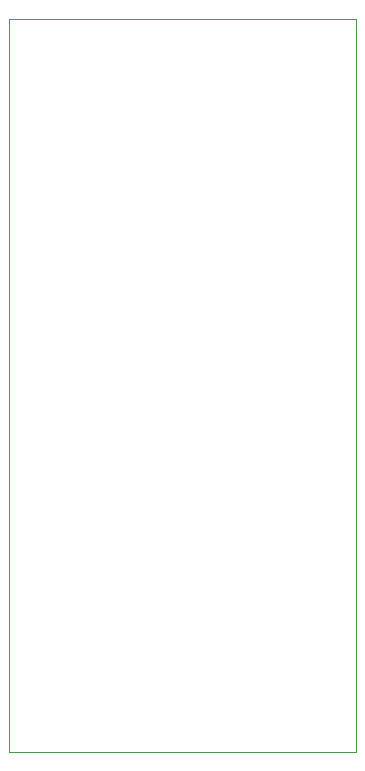
<source format=gbr>
%TF.GenerationSoftware,KiCad,Pcbnew,8.0.8*%
%TF.CreationDate,2025-02-25T12:41:36-05:00*%
%TF.ProjectId,pcb1,70636231-2e6b-4696-9361-645f70636258,rev?*%
%TF.SameCoordinates,Original*%
%TF.FileFunction,Profile,NP*%
%FSLAX46Y46*%
G04 Gerber Fmt 4.6, Leading zero omitted, Abs format (unit mm)*
G04 Created by KiCad (PCBNEW 8.0.8) date 2025-02-25 12:41:36*
%MOMM*%
%LPD*%
G01*
G04 APERTURE LIST*
%TA.AperFunction,Profile*%
%ADD10C,0.050000*%
%TD*%
G04 APERTURE END LIST*
D10*
X99618800Y-37338000D02*
X128981200Y-37338000D01*
X128981200Y-99441000D01*
X99618800Y-99441000D01*
X99618800Y-37338000D01*
M02*

</source>
